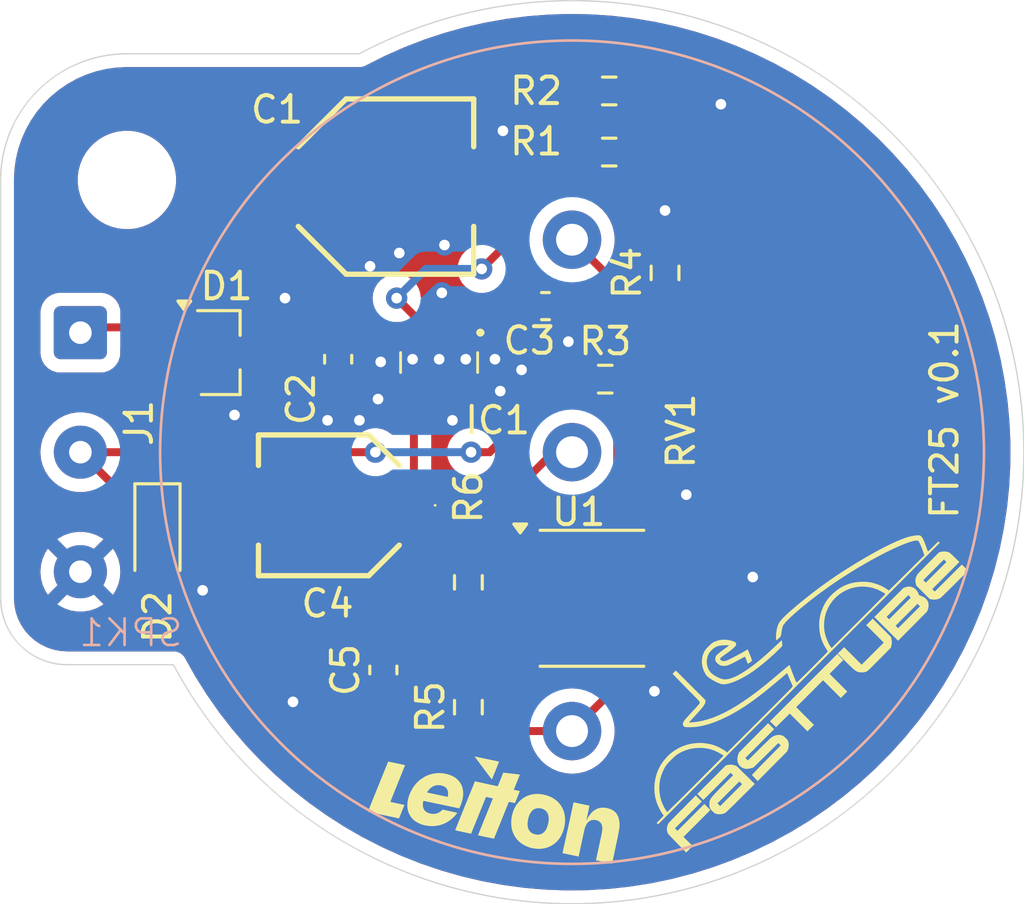
<source format=kicad_pcb>
(kicad_pcb
	(version 20240108)
	(generator "pcbnew")
	(generator_version "8.0")
	(general
		(thickness 1.6)
		(legacy_teardrops no)
	)
	(paper "A4")
	(layers
		(0 "F.Cu" signal)
		(31 "B.Cu" power)
		(32 "B.Adhes" user "B.Adhesive")
		(33 "F.Adhes" user "F.Adhesive")
		(34 "B.Paste" user)
		(35 "F.Paste" user)
		(36 "B.SilkS" user "B.Silkscreen")
		(37 "F.SilkS" user "F.Silkscreen")
		(38 "B.Mask" user)
		(39 "F.Mask" user)
		(40 "Dwgs.User" user "User.Drawings")
		(41 "Cmts.User" user "User.Comments")
		(42 "Eco1.User" user "User.Eco1")
		(43 "Eco2.User" user "User.Eco2")
		(44 "Edge.Cuts" user)
		(45 "Margin" user)
		(46 "B.CrtYd" user "B.Courtyard")
		(47 "F.CrtYd" user "F.Courtyard")
		(48 "B.Fab" user)
		(49 "F.Fab" user)
		(50 "User.1" user)
		(51 "User.2" user)
		(52 "User.3" user)
		(53 "User.4" user)
		(54 "User.5" user)
		(55 "User.6" user)
		(56 "User.7" user)
		(57 "User.8" user)
		(58 "User.9" user)
	)
	(setup
		(stackup
			(layer "F.SilkS"
				(type "Top Silk Screen")
			)
			(layer "F.Paste"
				(type "Top Solder Paste")
			)
			(layer "F.Mask"
				(type "Top Solder Mask")
				(thickness 0.01)
			)
			(layer "F.Cu"
				(type "copper")
				(thickness 0.035)
			)
			(layer "dielectric 1"
				(type "core")
				(thickness 1.51)
				(material "FR4")
				(epsilon_r 4.5)
				(loss_tangent 0.02)
			)
			(layer "B.Cu"
				(type "copper")
				(thickness 0.035)
			)
			(layer "B.Mask"
				(type "Bottom Solder Mask")
				(thickness 0.01)
			)
			(layer "B.Paste"
				(type "Bottom Solder Paste")
			)
			(layer "B.SilkS"
				(type "Bottom Silk Screen")
			)
			(copper_finish "None")
			(dielectric_constraints no)
		)
		(pad_to_mask_clearance 0)
		(allow_soldermask_bridges_in_footprints no)
		(pcbplotparams
			(layerselection 0x00010fc_ffffffff)
			(plot_on_all_layers_selection 0x0000000_00000000)
			(disableapertmacros no)
			(usegerberextensions no)
			(usegerberattributes yes)
			(usegerberadvancedattributes yes)
			(creategerberjobfile yes)
			(dashed_line_dash_ratio 12.000000)
			(dashed_line_gap_ratio 3.000000)
			(svgprecision 4)
			(plotframeref no)
			(viasonmask no)
			(mode 1)
			(useauxorigin no)
			(hpglpennumber 1)
			(hpglpenspeed 20)
			(hpglpendiameter 15.000000)
			(pdf_front_fp_property_popups yes)
			(pdf_back_fp_property_popups yes)
			(dxfpolygonmode yes)
			(dxfimperialunits yes)
			(dxfusepcbnewfont yes)
			(psnegative no)
			(psa4output no)
			(plotreference yes)
			(plotvalue yes)
			(plotfptext yes)
			(plotinvisibletext no)
			(sketchpadsonfab no)
			(subtractmaskfromsilk no)
			(outputformat 1)
			(mirror no)
			(drillshape 1)
			(scaleselection 1)
			(outputdirectory "")
		)
	)
	(net 0 "")
	(net 1 "VDD")
	(net 2 "GND")
	(net 3 "Net-(U1-FEED)")
	(net 4 "Net-(SPK1-M)")
	(net 5 "+24V")
	(net 6 "Net-(U1-HRNEN)")
	(net 7 "Net-(IC1-EN{slash}ADJ)")
	(net 8 "/SIG")
	(net 9 "Net-(SPK1-G)")
	(net 10 "Net-(SPK1-F)")
	(net 11 "Net-(D1-A)")
	(net 12 "unconnected-(U1-NC-Pad1)")
	(net 13 "unconnected-(U1-NC-Pad3)")
	(net 14 "Net-(R1-Pad2)")
	(footprint "Connector_Wire:SolderWire-0.25sqmm_1x03_P4.5mm_D0.65mm_OD2mm" (layer "F.Cu") (at 131.5 95.5 -90))
	(footprint "Capacitor_SMD:C_0603_1608Metric_Pad1.08x0.95mm_HandSolder" (layer "F.Cu") (at 141.2 96.5 -90))
	(footprint "LOGO" (layer "F.Cu") (at 157.785054 107.960449 45))
	(footprint "Resistor_SMD:R_0603_1608Metric_Pad0.98x0.95mm_HandSolder" (layer "F.Cu") (at 146.1 109.6 90))
	(footprint "soundbox:06TR4FA104DPR" (layer "F.Cu") (at 159 95.5))
	(footprint "Capacitor_SMD:C_0603_1608Metric_Pad1.08x0.95mm_HandSolder" (layer "F.Cu") (at 149 94.5 180))
	(footprint "Resistor_SMD:R_0603_1608Metric_Pad0.98x0.95mm_HandSolder" (layer "F.Cu") (at 153.5 93.25 90))
	(footprint "soundbox:PG-SCT595-5" (layer "F.Cu") (at 145 96.5 180))
	(footprint "soundbox:EEE0GA101SR" (layer "F.Cu") (at 140.85 102 180))
	(footprint "Resistor_SMD:R_0603_1608Metric_Pad0.98x0.95mm_HandSolder" (layer "F.Cu") (at 146.1 104.9 -90))
	(footprint "Resistor_SMD:R_0603_1608Metric_Pad0.98x0.95mm_HandSolder" (layer "F.Cu") (at 151.4 88.7))
	(footprint "MountingHole:MountingHole_3.2mm_M3_DIN965" (layer "F.Cu") (at 133.25 89.75))
	(footprint "Package_TO_SOT_SMD:SOT-23_Handsoldering" (layer "F.Cu") (at 136.75 96.25))
	(footprint "soundbox:LeitOn_small_wo_sq" (layer "F.Cu") (at 147.2 113.1 -12))
	(footprint "Package_SO:SOIC-8_3.9x4.9mm_P1.27mm" (layer "F.Cu") (at 150.75 105.5))
	(footprint "soundbox:EEE1AA101SP" (layer "F.Cu") (at 143 90))
	(footprint "Resistor_SMD:R_0603_1608Metric_Pad0.98x0.95mm_HandSolder" (layer "F.Cu") (at 151.25 97.25))
	(footprint "Capacitor_SMD:C_0603_1608Metric_Pad1.08x0.95mm_HandSolder" (layer "F.Cu") (at 142.9 108.2 90))
	(footprint "Diode_SMD:D_SOD-323_HandSoldering" (layer "F.Cu") (at 134.4 103.2 -90))
	(footprint "Resistor_SMD:R_0603_1608Metric_Pad0.98x0.95mm_HandSolder" (layer "F.Cu") (at 151.4 86.4))
	(footprint "soundbox:CPT-3016-105T" (layer "B.Cu") (at 150 100 180))
	(gr_arc
		(start 128.5 89.75)
		(mid 129.891243 86.391243)
		(end 133.25 85)
		(stroke
			(width 0.05)
			(type default)
		)
		(layer "Edge.Cuts")
		(uuid "0c9499f7-3257-4d1a-ab45-d3dea9659961")
	)
	(gr_line
		(start 133.25 85)
		(end 142 85)
		(stroke
			(width 0.05)
			(type default)
		)
		(layer "Edge.Cuts")
		(uuid "145b8ce2-1cdf-402f-8341-2813b341aab6")
	)
	(gr_line
		(start 128.5 89.75)
		(end 128.5 105.5)
		(stroke
			(width 0.05)
			(type default)
		)
		(layer "Edge.Cuts")
		(uuid "5702bfe5-fa35-42f9-b66d-dc1faf38af9f")
	)
	(gr_line
		(start 131 108)
		(end 135 108)
		(stroke
			(width 0.05)
			(type default)
		)
		(layer "Edge.Cuts")
		(uuid "7ce022d5-3481-46fd-850f-fa99ac5c91eb")
	)
	(gr_arc
		(start 142 85)
		(mid 166.263456 104.949746)
		(end 135.000001 108.000003)
		(stroke
			(width 0.05)
			(type default)
		)
		(layer "Edge.Cuts")
		(uuid "8a2c619c-8626-4af2-8c59-1422d0ba61b9")
	)
	(gr_arc
		(start 131 108)
		(mid 129.232233 107.267767)
		(end 128.5 105.5)
		(stroke
			(width 0.05)
			(type default)
		)
		(layer "Edge.Cuts")
		(uuid "e1634623-b024-4caa-9d4d-69a765686d49")
	)
	(gr_rect
		(start 128.5 83)
		(end 167 117)
		(stroke
			(width 0.01)
			(type default)
		)
		(fill none)
		(layer "User.1")
		(uuid "39b0a146-c4d4-4256-ae48-acf0ec4d99bd")
	)
	(gr_text "FT25 v0.1"
		(at 164.6 102.6 90)
		(layer "F.SilkS")
		(uuid "0568cae2-bee3-4247-bec4-4aec8861298f")
		(effects
			(font
				(size 1 1)
				(thickness 0.15)
			)
			(justify left bottom)
		)
	)
	(segment
		(start 144 97.75)
		(end 144.05 97.7)
		(width 0.3)
		(layer "F.Cu")
		(net 1)
		(uuid "b57598a9-8b18-4e03-89c1-05fa95734452")
	)
	(segment
		(start 142.85 101.8)
		(end 144.05 101.8)
		(width 0.3)
		(layer "F.Cu")
		(net 1)
		(uuid "b743f3e9-4660-4641-8a39-1aa2c34a7ec6")
	)
	(segment
		(start 144.05 103.55)
		(end 145.365 104.865)
		(width 0.3)
		(layer "F.Cu")
		(net 1)
		(uuid "baf1dd12-5c87-4598-ae4e-02b66320306d")
	)
	(segment
		(start 148.275 104.865)
		(end 145.365 104.865)
		(width 0.3)
		(layer "F.Cu")
		(net 1)
		(uuid "bf47607a-6c55-41ef-8986-734ffc4b7598")
	)
	(segment
		(start 144.05 97.7)
		(end 144.05 101.8)
		(width 0.3)
		(layer "F.Cu")
		(net 1)
		(uuid "e76334a2-a807-41c8-9764-cb10044c002d")
	)
	(segment
		(start 144.05 101.8)
		(end 144.05 103.55)
		(width 0.3)
		(layer "F.Cu")
		(net 1)
		(uuid "ff472632-bdff-42e4-a82e-97f5f664d1a4")
	)
	(segment
		(start 149.8625 95.8375)
		(end 149.8625 94.5)
		(width 0.3)
		(layer "F.Cu")
		(net 2)
		(uuid "71920597-7374-42a3-8e56-7b58da0dcf27")
	)
	(via
		(at 155.6 86.9)
		(size 0.8)
		(drill 0.4)
		(layers "F.Cu" "B.Cu")
		(free yes)
		(net 2)
		(uuid "06a1a750-8536-4cf8-9192-35bc867304a9")
	)
	(via
		(at 140.8 98.8)
		(size 0.8)
		(drill 0.4)
		(layers "F.Cu" "B.Cu")
		(free yes)
		(net 2)
		(uuid "11677aed-5d35-4c15-8c41-230ac25975ee")
	)
	(via
		(at 142 98.8)
		(size 0.8)
		(drill 0.4)
		(layers "F.Cu" "B.Cu")
		(free yes)
		(net 2)
		(uuid "1634c358-6587-4d9e-a4c2-90a5ab1faafd")
	)
	(via
		(at 147.3 97.7)
		(size 0.8)
		(drill 0.4)
		(layers "F.Cu" "B.Cu")
		(free yes)
		(net 2)
		(uuid "1a418d52-d221-44b1-ad1d-91e97992ecb3")
	)
	(via
		(at 142.7 98)
		(size 0.8)
		(drill 0.4)
		(layers "F.Cu" "B.Cu")
		(free yes)
		(net 2)
		(uuid "25345f8f-538d-46a3-b8d8-5a868b8a4bca")
	)
	(via
		(at 143.5 92.5)
		(size 0.8)
		(drill 0.4)
		(layers "F.Cu" "B.Cu")
		(free yes)
		(net 2)
		(uuid "384c8bfa-3338-4421-b506-b5dcc7f603cf")
	)
	(via
		(at 153.5 90.9)
		(size 0.8)
		(drill 0.4)
		(layers "F.Cu" "B.Cu")
		(free yes)
		(net 2)
		(uuid "59e64dbd-0451-436f-844e-4c0d273598ba")
	)
	(via
		(at 148.1 96.9)
		(size 0.8)
		(drill 0.4)
		(layers "F.Cu" "B.Cu")
		(free yes)
		(net 2)
		(uuid "69cbc453-a834-432c-a06f-6af5e0115401")
	)
	(via
		(at 145 96.5)
		(size 0.8)
		(drill 0.4)
		(layers "F.Cu" "B.Cu")
		(free yes)
		(net 2)
		(uuid "6a66460c-c4ed-4cbb-ad75-8721cfb01e79")
	)
	(via
		(at 153.1 109)
		(size 0.8)
		(drill 0.4)
		(layers "F.Cu" "B.Cu")
		(free yes)
		(net 2)
		(uuid "7fa75b93-3a54-4ab9-823b-8664220d8fc0")
	)
	(via
		(at 136.1 105.2)
		(size 0.8)
		(drill 0.4)
		(layers "F.Cu" "B.Cu")
		(free yes)
		(net 2)
		(uuid "83ee66e4-35b7-421f-bd51-e9232ebc2f9c")
	)
	(via
		(at 147.4 87.9)
		(size 0.8)
		(drill 0.4)
		(layers "F.Cu" "B.Cu")
		(free yes)
		(net 2)
		(uuid "87ee8f62-5586-4ec4-bf64-4d8e7f4f3c00")
	)
	(via
		(at 142.8 96.6)
		(size 0.8)
		(drill 0.4)
		(layers "F.Cu" "B.Cu")
		(free yes)
		(net 2)
		(uuid "88f446c1-03c1-4aaf-8c6d-a532e3fea711")
	)
	(via
		(at 145.2 92.2)
		(size 0.8)
		(drill 0.4)
		(layers "F.Cu" "B.Cu")
		(free yes)
		(net 2)
		(uuid "96ccf5b1-b85a-42c6-89d1-03c3653c0e78")
	)
	(via
		(at 139.2 94.2)
		(size 0.8)
		(drill 0.4)
		(layers "F.Cu" "B.Cu")
		(free yes)
		(net 2)
		(uuid "992c7461-a546-414a-83a3-be9358a4ffe2")
	)
	(via
		(at 145.1 94)
		(size 0.8)
		(drill 0.4)
		(layers "F.Cu" "B.Cu")
		(free yes)
		(net 2)
		(uuid "b57f5c0c-c97f-4e02-83ff-2ef698d42b64")
	)
	(via
		(at 145.5 98.8)
		(size 0.8)
		(drill 0.4)
		(layers "F.Cu" "B.Cu")
		(free yes)
		(net 2)
		(uuid "b5ab2b73-4634-4e0e-855d-42a626e2a677")
	)
	(via
		(at 154.3 101.6)
		(size 0.8)
		(drill 0.4)
		(layers "F.Cu" "B.Cu")
		(free yes)
		(net 2)
		(uuid "b76a2fc2-0f04-4ac7-8040-3c68efea3aaa")
	)
	(via
		(at 146 96.5)
		(size 0.8)
		(drill 0.4)
		(layers "F.Cu" "B.Cu")
		(free yes)
		(net 2)
		(uuid "ce89bd32-5eb5-4729-8660-e03d2d9f2e18")
	)
	(via
		(at 147.1 96.5)
		(size 0.8)
		(drill 0.4)
		(layers "F.Cu" "B.Cu")
		(free yes)
		(net 2)
		(uuid "d6efebd2-3405-41b1-bc0d-84897ffc75fb")
	)
	(via
		(at 149.8625 95.8375)
		(size 0.8)
		(drill 0.4)
		(layers "F.Cu" "B.Cu")
		(free yes)
		(net 2)
		(uuid "d8f12fb1-bcf4-4713-a92c-8cd19cfe334a")
	)
	(via
		(at 156.8 104.7)
		(size 0.8)
		(drill 0.4)
		(layers "F.Cu" "B.Cu")
		(free yes)
		(net 2)
		(uuid "db890ffb-38c3-4b56-bb01-106cd42901c5")
	)
	(via
		(at 144 96.5)
		(size 0.8)
		(drill 0.4)
		(layers "F.Cu" "B.Cu")
		(free yes)
		(net 2)
		(uuid "dcf1182a-9346-40f1-9a54-d1175b80aebf")
	)
	(via
		(at 139.5 109.4)
		(size 0.8)
		(drill 0.4)
		(layers "F.Cu" "B.Cu")
		(free yes)
		(net 2)
		(uuid "dee0939a-5e0d-4315-a470-5bde3c7fcd15")
	)
	(via
		(at 137.3 98.6)
		(size 0.8)
		(drill 0.4)
		(layers "F.Cu" "B.Cu")
		(free yes)
		(net 2)
		(uuid "ecf13844-64d3-4d09-826f-01f2a3714814")
	)
	(via
		(at 142.4 93)
		(size 0.8)
		(drill 0.4)
		(layers "F.Cu" "B.Cu")
		(free yes)
		(net 2)
		(uuid "f5a8ee92-c6be-49c6-a40d-bd44551aab57")
	)
	(segment
		(start 148.275 107.405)
		(end 146.105 107.405)
		(width 0.3)
		(layer "F.Cu")
		(net 3)
		(uuid "4d85323a-08d1-468c-bfd3-e496a2731d71")
	)
	(segment
		(start 146.1 107.4)
		(end 146.1 105.8125)
		(width 0.3)
		(layer "F.Cu")
		(net 3)
		(uuid "5c0b8596-5503-4d34-b55d-432a6a55b318")
	)
	(segment
		(start 146.105 107.405)
		(end 146.1 107.4)
		(width 0.3)
		(layer "F.Cu")
		(net 3)
		(uuid "5dd55fdd-6d11-4b51-a953-3fa965ab3532")
	)
	(segment
		(start 142.9 107.3375)
		(end 144.25 108.6875)
		(width 0.3)
		(layer "F.Cu")
		(net 3)
		(uuid "809582d5-cb13-4f9f-8fae-3838a63656e2")
	)
	(segment
		(start 144.25 108.6875)
		(end 146.1 108.6875)
		(width 0.3)
		(layer "F.Cu")
		(net 3)
		(uuid "c431d874-8573-4efa-9021-024d20a72e9e")
	)
	(segment
		(start 146.1 108.6875)
		(end 146.1 107.4)
		(width 0.3)
		(layer "F.Cu")
		(net 3)
		(uuid "f412a4c1-f106-41a2-a9c6-a0084babeb82")
	)
	(segment
		(start 148.2 109.6)
		(end 150.3 107.5)
		(width 0.3)
		(layer "F.Cu")
		(net 4)
		(uuid "09090e3d-2f29-4507-9429-c54334b8180b")
	)
	(segment
		(start 151.25 98.55)
		(end 151.7 99)
		(width 0.3)
		(layer "F.Cu")
		(net 4)
		(uuid "30c7c0a9-de98-46ee-ad56-98519c7cfb85")
	)
	(segment
		(start 150.3 107.5)
		(end 150.3 106.3)
		(width 0.3)
		(layer "F.Cu")
		(net 4)
		(uuid "34d22c14-3b91-47dd-9037-04ff02b781cf")
	)
	(segment
		(start 152 104.865)
		(end 151.735 104.865)
		(width 0.3)
		(layer "F.Cu")
		(net 4)
		(uuid "36da2dfc-84c8-4d31-a70b-2f8f40fe67e3")
	)
	(segment
		(start 151.7 104.6)
		(end 151.7 104.83)
		(width 0.3)
		(layer "F.Cu")
		(net 4)
		(uuid "3ae480d1-8672-4f2c-a851-94f59965e078")
	)
	(segment
		(start 151.7 99)
		(end 151.7 104.6)
		(width 0.3)
		(layer "F.Cu")
		(net 4)
		(uuid "45402f4d-99c3-4ba9-bd66-4a1ea8da26b0")
	)
	(segment
		(start 151.735 104.6)
		(end 152 104.865)
		(width 0.3)
		(layer "F.Cu")
		(net 4)
		(uuid "5da0f8fb-e2f9-41b0-9801-f13702b13393")
	)
	(segment
		(start 151.7 104.83)
		(end 151.735 104.865)
		(width 0.3)
		(layer "F.Cu")
		(net 4)
		(uuid "78b78ccc-63d2-4be6-8684-dc2b419e2d99")
	)
	(segment
		(start 151.25 93.25)
		(end 151.25 98.55)
		(width 0.3)
		(layer "F.Cu")
		(net 4)
		(uuid "7bc63da9-9e54-4147-a93d-721567276b1d")
	)
	(segment
		(start 143.4375 109.6)
		(end 148.2 109.6)
		(width 0.3)
		(layer "F.Cu")
		(net 4)
		(uuid "c2b5b2b3-27c6-43a2-b502-9ae649b08a1d")
	)
	(segment
		(start 151.735 104.865)
		(end 150.3 106.3)
		(width 0.3)
		(layer "F.Cu")
		(net 4)
		(uuid "cf7f2034-b1e3-46d7-85ba-64c853f641b5")
	)
	(segment
		(start 150 92)
		(end 151.25 93.25)
		(width 0.3)
		(layer "F.Cu")
		(net 4)
		(uuid "d0f86c55-1497-473f-92ab-0926b530691e")
	)
	(segment
		(start 153.06 104.7)
		(end 153.225 104.865)
		(width 0.3)
		(layer "F.Cu")
		(net 4)
		(uuid "de487b46-dff6-4637-b730-51caf9eeca2e")
	)
	(segment
		(start 151.7 104.6)
		(end 151.735 104.6)
		(width 0.3)
		(layer "F.Cu")
		(net 4)
		(uuid "e604e90e-3383-4c49-a31e-adad540853ba")
	)
	(segment
		(start 142.9 109.0625)
		(end 143.4375 109.6)
		(width 0.3)
		(layer "F.Cu")
		(net 4)
		(uuid "e7b372ad-6d44-40f3-b292-ca0030a4c4bb")
	)
	(segment
		(start 153.225 104.865)
		(end 152 104.865)
		(width 0.3)
		(layer "F.Cu")
		(net 4)
		(uuid "fb5f5bb4-df8e-49f9-aeab-c72ab1a7e5d2")
	)
	(segment
		(start 141.2 90.7)
		(end 140.5 90)
		(width 0.3)
		(layer "F.Cu")
		(net 5)
		(uuid "0ec3d108-2dd2-4613-9e05-a42643014597")
	)
	(segment
		(start 147.7 92)
		(end 147.7 91)
		(width 0.3)
		(layer "F.Cu")
		(net 5)
		(uuid "1714de18-f19e-4a1d-9fcb-abbc4390ca85")
	)
	(segment
		(start 143.4 94.2)
		(end 144.05 94.85)
		(width 0.3)
		(layer "F.Cu")
		(net 5)
		(uuid "1dab445f-7c67-472b-bea0-a057a8fe6814")
	)
	(segment
		(start 141.5875 95.25)
		(end 144 95.25)
		(width 0.3)
		(layer "F.Cu")
		(net 5)
		(uuid "3cdd5ae0-fe74-40b7-91eb-253b46d6524f")
	)
	(segment
		(start 138.25 96.25)
		(end 139.5 96.25)
		(width 0.3)
		(layer "F.Cu")
		(net 5)
		(uuid "4441b124-5698-47f2-8d50-494066e51d56")
	)
	(segment
		(start 141.2 95.6375)
		(end 141.2 90.7)
		(width 0.3)
		(layer "F.Cu")
		(net 5)
		(uuid "579889bc-a6ba-4b0c-a1db-876d7cebf3d2")
	)
	(segment
		(start 140.1125 95.6375)
		(end 141.2 95.6375)
		(width 0.3)
		(layer "F.Cu")
		(net 5)
		(uuid "8b82cbf6-a61f-4b56-bb7e-98c50b4ea897")
	)
	(segment
		(start 150 88.7)
		(end 150.4875 88.7)
		(width 0.3)
		(layer "F.Cu")
		(net 5)
		(uuid "91449544-3d85-43bf-892d-142f30243a74")
	)
	(segment
		(start 146.6 93.1)
		(end 147.7 92)
		(width 0.3)
		(layer "F.Cu")
		(net 5)
		(uuid "a21a02bd-2759-401c-b257-6fddf78b91b4")
	)
	(segment
		(start 144.05 94.85)
		(end 144.05 95.3)
		(width 0.3)
		(layer "F.Cu")
		(net 5)
		(uuid "adf1574a-72d4-442f-b8a1-48199444bd90")
	)
	(segment
		(start 147.7 91)
		(end 150 88.7)
		(width 0.3)
		(layer "F.Cu")
		(net 5)
		(uuid "b0d0a533-03d1-4d10-9c9d-275a057f1864")
	)
	(segment
		(start 139.5 96.25)
		(end 140.1125 95.6375)
		(width 0.3)
		(layer "F.Cu")
		(net 5)
		(uuid "b40aa696-d52a-4b37-a289-b30fb8eedf24")
	)
	(segment
		(start 141.2 95.6375)
		(end 141.5875 95.25)
		(width 0.3)
		(layer "F.Cu")
		(net 5)
		(uuid "c70a6765-40cc-46c1-a2d9-b3050acd3216")
	)
	(segment
		(start 150.4875 86.4)
		(end 150.4875 88.7)
		(width 0.3)
		(layer "F.Cu")
		(net 5)
		(uuid "e74d25ae-28d4-40ff-aaa6-db74846f4d2c")
	)
	(via
		(at 146.6 93.1)
		(size 0.8)
		(drill 0.4)
		(layers "F.Cu" "B.Cu")
		(net 5)
		(uuid "1f66e272-7d73-47e7-85fd-2cea844f1376")
	)
	(via
		(at 143.4 94.2)
		(size 0.8)
		(drill 0.4)
		(layers "F.Cu" "B.Cu")
		(net 5)
		(uuid "8331b1ec-10d8-49af-bc63-06d3c2054628")
	)
	(segment
		(start 143.4 94.2)
		(end 144.5 93.1)
		(width 0.3)
		(layer "B.Cu")
		(net 5)
		(uuid "3d463da7-f24e-4295-b6cf-c9e0d28f4c0f")
	)
	(segment
		(start 144.5 93.1)
		(end 146.6 93.1)
		(width 0.3)
		(layer "B.Cu")
		(net 5)
		(uuid "83c9ff67-d173-4d20-ab93-11f408c2536e")
	)
	(segment
		(start 152.5 97.5875)
		(end 152.5 101.75)
		(width 0.3)
		(layer "F.Cu")
		(net 6)
		(uuid "074a2975-fd68-4c40-8155-f0e5b9abf23d")
	)
	(segment
		(start 152.1625 97.25)
		(end 152.5 97.5875)
		(width 0.3)
		(layer "F.Cu")
		(net 6)
		(uuid "21ff4d6b-8fcc-4b1c-820c-c5cadcb9bf55")
	)
	(segment
		(start 152.5 101.75)
		(end 153.25 102.5)
		(width 0.3)
		(layer "F.Cu")
		(net 6)
		(uuid "2fba2c5a-2a97-4175-bfeb-038d973dde82")
	)
	(segment
		(start 153.25 103.57)
		(end 153.225 103.595)
		(width 0.3)
		(layer "F.Cu")
		(net 6)
		(uuid "418fabef-99d7-47c9-abc2-f7723d16f244")
	)
	(segment
		(start 152.1625 97.25)
		(end 152.25 97.25)
		(width 0.3)
		(layer "F.Cu")
		(net 6)
		(uuid "52311879-8ed6-466b-bba9-44d036750aed")
	)
	(segment
		(start 153.25 102.5)
		(end 153.25 103.57)
		(width 0.3)
		(layer "F.Cu")
		(net 6)
		(uuid "cdcf619f-a978-4667-ae1c-20f141c6c1ed")
	)
	(segment
		(start 153.5 96)
		(end 153.5 94.1625)
		(width 0.3)
		(layer "F.Cu")
		(net 6)
		(uuid "ef8cfd81-6cb9-4d71-b3bf-0610e509a439")
	)
	(segment
		(start 152.25 97.25)
		(end 153.5 96)
		(width 0.3)
		(layer "F.Cu")
		(net 6)
		(uuid "fa2f396c-09cf-4795-881a-85a4b4ae0039")
	)
	(segment
		(start 159 91.225)
		(end 157.525 89.75)
		(width 0.3)
		(layer "F.Cu")
		(net 7)
		(uuid "10e80ff1-24c9-4e99-a6ae-40c6b4da76d7")
	)
	(segment
		(start 145.95 95.3)
		(end 147.425 93.825)
		(width 0.3)
		(layer "F.Cu")
		(net 7)
		(uuid "69f64f3f-7002-47e9-8d79-e5b3fa90185e")
	)
	(segment
		(start 148.25 93)
		(end 147.425 93.825)
		(width 0.3)
		(layer "F.Cu")
		(net 7)
		(uuid "71a75b59-ac82-42df-ab4d-24534136247c")
	)
	(segment
		(start 149.75 89.75)
		(end 148.25 91.25)
		(width 0.3)
		(layer "F.Cu")
		(net 7)
		(uuid "7c187c0d-5463-49e4-b302-7e6b907a001c")
	)
	(segment
		(start 157.525 89.75)
		(end 149.75 89.75)
		(width 0.3)
		(layer "F.Cu")
		(net 7)
		(uuid "8caf3322-20bd-4792-87d4-2ac4b6e61f44")
	)
	(segment
		(start 148.1375 94.5)
		(end 148.1 94.5)
		(width 0.3)
		(layer "F.Cu")
		(net 7)
		(uuid "c7a1fbfd-de61-4daa-8cec-99339a910f45")
	)
	(segment
		(start 148.1 94.5)
		(end 147.425 93.825)
		(width 0.3)
		(layer "F.Cu")
		(net 7)
		(uuid "fb5c3ebe-ae4a-47c1-bc91-695929b1d538")
	)
	(segment
		(start 148.25 91.25)
		(end 148.25 93)
		(width 0.3)
		(layer "F.Cu")
		(net 7)
		(uuid "fd5ccc6b-1f50-4929-b1e8-f7fa3b79e0ff")
	)
	(segment
		(start 134.4 101.95)
		(end 133.45 101.95)
		(width 0.3)
		(layer "F.Cu")
		(net 8)
		(uuid "0fe563d9-a79f-498c-bb52-76c56e7dcda7")
	)
	(segment
		(start 133.45 101.95)
		(end 131.5 100)
		(width 0.3)
		(layer "F.Cu")
		(net 8)
		(uuid "17b2d4b1-992b-4b43-9684-383b57817b18")
	)
	(segment
		(start 134.4 100)
		(end 142.6 100)
		(width 0.3)
		(layer "F.Cu")
		(net 8)
		(uuid "27127dbf-bac2-4c6f-af65-19975f8f1970")
	)
	(segment
		(start 149.65 97.25)
		(end 150.3375 97.25)
		(width 0.3)
		(layer "F.Cu")
		(net 8)
		(uuid "49712491-cc98-417d-9fd7-6bea8419dd0f")
	)
	(segment
		(start 146.2 100)
		(end 146.9 100)
		(width 0.3)
		(layer "F.Cu")
		(net 8)
		(uuid "527f361a-886e-4d3e-b2f8-d2e7b77728ba")
	)
	(segment
		(start 131.5 100)
		(end 134.4 100)
		(width 0.3)
		(layer "F.Cu")
		(net 8)
		(uuid "72cbdf54-c0e4-4740-a118-61cf36656b59")
	)
	(segment
		(start 134.4 101.95)
		(end 134.4 100)
		(width 0.3)
		(layer "F.Cu")
		(net 8)
		(uuid "e650d11d-7494-414b-b1e1-ba5442f115dd")
	)
	(segment
		(start 146.9 100)
		(end 149.65 97.25)
		(width 0.3)
		(layer "F.Cu")
		(net 8)
		(uuid "eab867c7-f470-4870-8085-66ac175dac89")
	)
	(via
		(at 146.2 100)
		(size 0.8)
		(drill 0.4)
		(layers "F.Cu" "B.Cu")
		(net 8)
		(uuid "3e77b714-44f3-4163-8c08-87f52830b850")
	)
	(via
		(at 142.6 100)
		(size 0.8)
		(drill 0.4)
		(layers "F.Cu" "B.Cu")
		(net 8)
		(uuid "5281ce56-3ddb-4cc6-af00-7d45d7765312")
	)
	(segment
		(start 142.6 100)
		(end 146.2 100)
		(width 0.3)
		(layer "B.Cu")
		(net 8)
		(uuid "7f30ac41-d40b-4057-b41b-f5859121de8d")
	)
	(segment
		(start 146.1 110.5125)
		(end 146.1125 110.5)
		(width 0.3)
		(layer "F.Cu")
		(net 9)
		(uuid "0985b6fd-d180-4fc5-bce9-3d6204322516")
	)
	(segment
		(start 150 110.5)
		(end 151.3 109.2)
		(width 0.3)
		(layer "F.Cu")
		(net 9)
		(uuid "29833cd4-ae84-47c3-a086-4dfcd0ca3a64")
	)
	(segment
		(start 146.1125 110.5)
		(end 150 110.5)
		(width 0.3)
		(layer "F.Cu")
		(net 9)
		(uuid "924cc875-b40f-4c52-9192-86ac241c9175")
	)
	(segment
		(start 151.965 106.135)
		(end 153.225 106.135)
		(width 0.3)
		(layer "F.Cu")
		(net 9)
		(uuid "d32f4e74-f404-477c-91c6-11336f273e81")
	)
	(segment
		(start 151.3 109.2)
		(end 151.3 106.8)
		(width 0.3)
		(layer "F.Cu")
		(net 9)
		(uuid "e4c7c31e-d0bc-4d47-b7ae-acbdc347fd7a")
	)
	(segment
		(start 151.3 106.8)
		(end 151.965 106.135)
		(width 0.3)
		(layer "F.Cu")
		(net 9)
		(uuid "e78a7e10-98f9-4831-bed7-9f8aafb304a1")
	)
	(segment
		(start 146.1 103.2)
		(end 149.3 100)
		(width 0.3)
		(layer "F.Cu")
		(net 10)
		(uuid "3d79fbfe-060e-4a2f-b6c7-315adffdce03")
	)
	(segment
		(start 149.3 100)
		(end 150 100)
		(width 0.3)
		(layer "F.Cu")
		(net 10)
		(uuid "980e4570-315c-43cf-bb18-51c17d13a9fc")
	)
	(segment
		(start 146.1 103.9875)
		(end 146.1 103.2)
		(width 0.3)
		(layer "F.Cu")
		(net 10)
		(uuid "c6c913eb-38cc-4add-a1e5-ec5c4b90d394")
	)
	(segment
		(start 135.25 95.3)
		(end 131.7 95.3)
		(width 0.3)
		(layer "F.Cu")
		(net 11)
		(uuid "a91db6b1-c4d0-4082-8243-54f9f4debef9")
	)
	(segment
		(start 131.7 95.3)
		(end 131.5 95.5)
		(width 0.3)
		(layer "F.Cu")
		(net 11)
		(uuid "b4303bdb-fbe9-4f59-8912-f6fe0909e13f")
	)
	(segment
		(start 161.15 100.425)
		(end 161.15 89.95)
		(width 0.3)
		(layer "F.Cu")
		(net 14)
		(uuid "26979417-b786-4be8-984f-7d0738cdff24")
	)
	(segment
		(start 161.15 89.95)
		(end 159.9 88.7)
		(width 0.3)
		(layer "F.Cu")
		(net 14)
		(uuid "7718b055-c971-4cec-ab44-672e9f6976fc")
	)
	(segment
		(start 159.9 88.7)
		(end 152.3125 88.7)
		(width 0.3)
		(layer "F.Cu")
		(net 14)
		(uuid "8f63e3d9-dbb7-40be-853d-4d064e73fe36")
	)
	(segment
		(start 152.3125 86.4)
		(end 152.3125 88.7)
		(width 0.3)
		(layer "F.Cu")
		(net 14)
		(uuid "d1f80375-c994-4ac9-a326-cf0882761c94")
	)
	(zone
		(net 2)
		(net_name "GND")
		(layer "F.Cu")
		(uuid "3fbb25a7-40e0-4e93-a8cf-da28d9fa13f5")
		(hatch edge 0.5)
		(connect_pads
			(clearance 0.5)
		)
		(min_thickness 0.25)
		(filled_areas_thickness no)
		(fill yes
			(thermal_gap 0.5)
			(thermal_bridge_width 0.5)
		)
		(polygon
			(pts
				(arc
					(start 133.25 85)
					(mid 129.891243 86.391243)
					(end 128.5 89.75)
				)
				(arc
					(start 128.5 105.5)
					(mid 129.232233 107.267767)
					(end 131 108)
				)
				(xy 135 108)
				(arc
					(start 135.000001 108.000003)
					(mid 166.263456 104.949746)
					(end 142 85)
				)
			)
		)
		(filled_polygon
			(layer "F.Cu")
			(pts
				(xy 150.729967 83.516727) (xy 150.735946 83.516994) (xy 151.529551 83.571622) (xy 151.535512 83.572178)
				(xy 152.325547 83.665284) (xy 152.331488 83.666131) (xy 153.116064 83.797492) (xy 153.121948 83.798625)
				(xy 153.899202 83.967928) (xy 153.905055 83.969353) (xy 154.67315 84.176196) (xy 154.678926 84.177903)
				(xy 154.926303 84.25759) (xy 155.436071 84.421803) (xy 155.441739 84.423781) (xy 155.642771 84.4995)
				(xy 156.18618 84.704175) (xy 156.191764 84.706435) (xy 156.420514 84.805529) (xy 156.92169 85.022639)
				(xy 156.927133 85.025156) (xy 157.640856 85.376443) (xy 157.646152 85.379211) (xy 158.007932 85.579661)
				(xy 158.341966 85.764738) (xy 158.347163 85.767784) (xy 158.47746 85.848486) (xy 158.948506 86.140239)
				(xy 159.023447 86.186655) (xy 159.028489 86.189951) (xy 159.683594 86.641142) (xy 159.68847 86.644678)
				(xy 160.320892 87.12715) (xy 160.325591 87.130918) (xy 160.933869 87.64356) (xy 160.938379 87.647553)
				(xy 161.397717 88.074499) (xy 161.52102 88.189106) (xy 161.525322 88.193304) (xy 162.080992 88.76253)
				(xy 162.085075 88.76692) (xy 162.42776 89.1539) (xy 162.612445 89.362457) (xy 162.616328 89.367062)
				(xy 163.114154 89.987504) (xy 163.117808 89.992292) (xy 163.584903 90.63616) (xy 163.588321 90.64112)
				(xy 164.02362 91.306946) (xy 164.026792 91.312067) (xy 164.429209 91.998189) (xy 164.43213 92.003457)
				(xy 164.800779 92.708359) (xy 164.80344 92.713763) (xy 165.137416 93.435723) (xy 165.139811 93.441249)
				(xy 165.438334 94.178578) (xy 165.440458 94.184215) (xy 165.702817 94.935159) (xy 165.704665 94.940892)
				(xy 165.930247 95.703687) (xy 165.931815 95.709503) (xy 166.120094 96.482377) (xy 166.121377 96.488262)
				(xy 166.271897 97.26935) (xy 166.272893 97.275291) (xy 166.385306 98.062778) (xy 166.386012 98.06876)
				(xy 166.460049 98.860763) (xy 166.460464 98.866772) (xy 166.495954 99.661458) (xy 166.496076 99.66748)
				(xy 166.492931 100.462926) (xy 166.492761 100.468947) (xy 166.450992 101.263308) (xy 166.45053 101.269314)
				(xy 166.370231 102.060734) (xy 166.369477 102.06671) (xy 166.250847 102.853248) (xy 166.249804 102.859181)
				(xy 166.093108 103.639082) (xy 166.091779 103.644957) (xy 165.897403 104.416295) (xy 165.89579 104.422098)
				(xy 165.664175 105.183117) (xy 165.662281 105.188835) (xy 165.394001 105.937657) (xy 165.391833 105.943277)
				(xy 165.087485 106.678239) (xy 165.085046 106.683746) (xy 164.745375 107.40304) (xy 164.742671 107.408423)
				(xy 164.368469 108.110374) (xy 164.365507 108.115619) (xy 163.957661 108.798566) (xy 163.954448 108.803661)
				(xy 163.513912 109.466005) (xy 163.510455 109.470938) (xy 163.03828 110.1111) (xy 163.034588 110.115859)
				(xy 162.531877 110.732341) (xy 162.527958 110.736916) (xy 161.995916 111.328243) (xy 161.99178 111.332621)
				(xy 161.431636 111.897426) (xy 161.427292 111.901599) (xy 160.840365 112.438551) (xy 160.835823 112.442507)
				(xy 160.223555 112.950289) (xy 160.218827 112.954021) (xy 159.582572 113.431508) (xy 159.577667 113.435005)
				(xy 158.919031 113.880992) (xy 158.913963 113.884248) (xy 158.2344 114.297752) (xy 158.22918 114.300757)
				(xy 157.530353 114.680764) (xy 157.524993 114.683512) (xy 156.808549 115.02913) (xy 156.803061 115.031615)
				(xy 156.07065 115.342042) (xy 156.065049 115.344257) (xy 155.318444 115.618746) (xy 155.312742 115.620686)
				(xy 154.553708 115.858588) (xy 154.547918 115.86025) (xy 153.778191 116.06102) (xy 153.772328 116.062398)
				(xy 152.993786 116.225546) (xy 152.987862 116.226638) (xy 152.202301 116.351787) (xy 152.196331 116.35259)
				(xy 151.405621 116.439444) (xy 151.399619 116.439956) (xy 150.605628 116.488307) (xy 150.599609 116.488527)
				(xy 149.804195 116.498265) (xy 149.798172 116.498192) (xy 149.003244 116.469291) (xy 148.997231 116.468926)
				(xy 148.204642 116.401456) (xy 148.198655 116.4008) (xy 147.410252 116.294916) (xy 147.404303 116.293969)
				(xy 146.622001 116.149929) (xy 146.616117 116.148697) (xy 146.189642 116.048542) (xy 145.84171 115.966832)
				(xy 145.835882 115.965313) (xy 145.071224 115.746055) (xy 145.065476 115.744254) (xy 144.312383 115.488127)
				(xy 144.306729 115.48605) (xy 143.56695 115.193649) (xy 143.561403 115.191299) (xy 142.836702 114.863319)
				(xy 142.831277 114.860703) (xy 142.123376 114.497927) (xy 142.118083 114.495051) (xy 141.775208 114.297752)
				(xy 141.428576 114.098291) (xy 141.423452 114.095174) (xy 140.754067 113.665424) (xy 140.749086 113.662053)
				(xy 140.101371 113.200311) (xy 140.096552 113.196697) (xy 139.47199 112.704019) (xy 139.467353 112.700174)
				(xy 138.867485 112.177775) (xy 138.86304 112.17371) (xy 138.289225 111.622774) (xy 138.285004 111.618519)
				(xy 137.738622 111.040367) (xy 137.734602 111.035901) (xy 137.7005 110.996111) (xy 137.216945 110.431903)
				(xy 137.213163 110.427268) (xy 136.725416 109.798803) (xy 136.721866 109.793992) (xy 136.265236 109.142613)
				(xy 136.261907 109.13761) (xy 135.837445 108.464819) (xy 135.834383 108.459694) (xy 135.49257 107.85466)
				(xy 135.472447 107.81904) (xy 135.467008 107.807879) (xy 135.438688 107.758829) (xy 135.436662 107.75518)
				(xy 135.410612 107.706335) (xy 135.405882 107.699721) (xy 135.406296 107.699424) (xy 135.40585 107.698822)
				(xy 135.405447 107.699132) (xy 135.4005 107.692685) (xy 135.361331 107.653517) (xy 135.358432 107.650519)
				(xy 135.339444 107.63021) (xy 135.320612 107.610066) (xy 135.320606 107.610062) (xy 135.314329 107.6049)
				(xy 135.314651 107.604507) (xy 135.314068 107.604044) (xy 135.31376 107.604447) (xy 135.307318 107.599504)
				(xy 135.307314 107.5995) (xy 135.287321 107.587957) (xy 135.259272 107.571762) (xy 135.255748 107.569648)
				(xy 135.208765 107.540373) (xy 135.208761 107.540372) (xy 135.201367 107.537013) (xy 135.201577 107.53655)
				(xy 135.200884 107.536249) (xy 135.200691 107.536717) (xy 135.193181 107.533606) (xy 135.139606 107.519251)
				(xy 135.135607 107.518107) (xy 135.112998 107.511226) (xy 135.082691 107.502002) (xy 135.074678 107.500672)
				(xy 135.07476 107.500175) (xy 135.074013 107.500063) (xy 135.073948 107.50056) (xy 135.065893 107.4995)
				(xy 135.065892 107.4995) (xy 135.010425 107.4995) (xy 135.006256 107.49943) (xy 134.95098 107.49757)
				(xy 134.950979 107.49757) (xy 134.950975 107.49757) (xy 134.942888 107.498359) (xy 134.942838 107.497852)
				(xy 134.92846 107.4995) (xy 131.004067 107.4995) (xy 130.995957 107.499235) (xy 130.747116 107.482925)
				(xy 130.731035 107.480807) (xy 130.490464 107.432954) (xy 130.474797 107.428756) (xy 130.24252 107.349909)
				(xy 130.227534 107.343702) (xy 130.007539 107.235212) (xy 129.993492 107.227102) (xy 129.789539 107.090825)
				(xy 129.776671 107.080951) (xy 129.59225 106.919218) (xy 129.580781 106.907749) (xy 129.446385 106.7545)
				(xy 129.419045 106.723325) (xy 129.409174 106.71046) (xy 129.393408 106.686865) (xy 129.272897 106.506507)
				(xy 129.264787 106.49246) (xy 129.21306 106.387569) (xy 129.156294 106.272458) (xy 129.15009 106.257479)
				(xy 129.071243 106.025202) (xy 129.067045 106.009535) (xy 129.053315 105.94051) (xy 129.01919 105.768953)
				(xy 129.017075 105.752895) (xy 129.000765 105.504043) (xy 129.0005 105.495933) (xy 129.0005 104.499994)
				(xy 129.994859 104.499994) (xy 129.994859 104.500005) (xy 130.015385 104.747729) (xy 130.015387 104.747738)
				(xy 130.076412 104.988717) (xy 130.176266 105.216364) (xy 130.276564 105.369882) (xy 131.078274 104.568172)
				(xy 131.103963 104.664044) (xy 131.159916 104.760956) (xy 131.239044 104.840084) (xy 131.335956 104.896037)
				(xy 131.431827 104.921725) (xy 130.629942 105.723609) (xy 130.676768 105.760055) (xy 130.67677 105.760056)
				(xy 130.895385 105.878364) (xy 130.895396 105.878369) (xy 131.130506 105.959083) (xy 131.375707 106)
				(xy 131.624293 106) (xy 131.869493 105.959083) (xy 132.104603 105.878369) (xy 132.104614 105.878364)
				(xy 132.323228 105.760057) (xy 132.323231 105.760055) (xy 132.370056 105.723609) (xy 131.568172 104.921725)
				(xy 131.664044 104.896037) (xy 131.760956 104.840084) (xy 131.840084 104.760956) (xy 131.896037 104.664044)
				(xy 131.921725 104.568173) (xy 132.723434 105.369882) (xy 132.823731 105.216369) (xy 132.923587 104.988717)
				(xy 132.984043 104.749986) (xy 133.400001 104.749986) (xy 133.410494 104.852697) (xy 133.465641 105.019119)
				(xy 133.465643 105.019124) (xy 133.557684 105.168345) (xy 133.681654 105.292315) (xy 133.830875 105.384356)
				(xy 133.83088 105.384358) (xy 133.997302 105.439505) (xy 133.997309 105.439506) (xy 134.100019 105.449999)
				(xy 134.65 105.449999) (xy 134.699972 105.449999) (xy 134.699986 105.449998) (xy 134.802697 105.439505)
				(xy 134.969119 105.384358) (xy 134.969124 105.384356) (xy 135.118345 105.292315) (xy 135.242315 105.168345)
				(xy 135.334356 105.019124) (xy 135.334358 105.019119) (xy 135.389505 104.852697) (xy 135.389506 104.85269)
				(xy 135.399999 104.749986) (xy 135.4 104.749973) (xy 135.4 104.7) (xy 134.65 104.7) (xy 134.65 105.449999)
				(xy 134.100019 105.449999) (xy 134.149999 105.449998) (xy 134.15 105.449998) (xy 134.15 104.7) (xy 133.400001 104.7)
				(xy 133.400001 104.749986) (xy 132.984043 104.749986) (xy 132.984612 104.747738) (xy 132.984614 104.747729)
				(xy 133.005141 104.500005) (xy 133.005141 104.499994) (xy 132.984614 104.25227) (xy 132.984612 104.252261)
				(xy 132.958719 104.150013) (xy 133.4 104.150013) (xy 133.4 104.2) (xy 134.15 104.2) (xy 134.65 104.2)
				(xy 135.399999 104.2) (xy 135.399999 104.150028) (xy 135.399998 104.150013) (xy 135.389505 104.047302)
				(xy 135.334358 103.88088) (xy 135.334356 103.880875) (xy 135.242315 103.731654) (xy 135.118345 103.607684)
				(xy 134.969124 103.515643) (xy 134.969119 103.515641) (xy 134.802697 103.460494) (xy 134.80269 103.460493)
				(xy 134.699986 103.45) (xy 134.65 103.45) (xy 134.65 104.2) (xy 134.15 104.2) (xy 134.15 103.45)
				(xy 134.149999 103.449999) (xy 134.100029 103.45) (xy 134.100011 103.450001) (xy 133.997302 103.460494)
				(xy 133.83088 103.515641) (xy 133.830875 103.515643) (xy 133.681654 103.607684) (xy 133.557684 103.731654)
				(xy 133.465643 103.880875) (xy 133.465641 103.88088) (xy 133.410494 104.047302) (xy 133.410493 104.047309)
				(xy 133.4 104.150013) (xy 132.958719 104.150013) (xy 132.923587 104.011282) (xy 132.823731 103.78363)
				(xy 132.723434 103.630116) (xy 131.921725 104.431826) (xy 131.896037 104.335956) (xy 131.840084 104.239044)
				(xy 131.760956 104.159916) (xy 131.664044 104.103963) (xy 131.568173 104.078274) (xy 132.370057 103.27639)
				(xy 132.370056 103.276389) (xy 132.323229 103.239943) (xy 132.104614 103.121635) (xy 132.104603 103.12163)
				(xy 131.869493 103.040916) (xy 131.624293 103) (xy 131.375707 103) (xy 131.130506 103.040916) (xy 130.895396 103.12163)
				(xy 130.89539 103.121632) (xy 130.676761 103.239949) (xy 130.629942 103.276388) (xy 130.629942 103.27639)
				(xy 131.431827 104.078274) (xy 131.335956 104.103963) (xy 131.239044 104.159916) (xy 131.159916 104.239044)
				(xy 131.103963 104.335956) (xy 131.078274 104.431826) (xy 130.276564 103.630116) (xy 130.176267 103.783632)
				(xy 130.076412 104.011282) (xy 130.015387 104.252261) (xy 130.015385 104.25227) (xy 129.994859 104.499994)
				(xy 129.0005 104.499994) (xy 129.0005 99.999994) (xy 129.994357 99.999994) (xy 129.994357 100.000005)
				(xy 130.01489 100.247812) (xy 130.014892 100.247824) (xy 130.075936 100.488881) (xy 130.175826 100.716606)
				(xy 130.311833 100.924782) (xy 130.311836 100.924785) (xy 130.480256 101.107738) (xy 130.676491 101.260474)
				(xy 130.89519 101.378828) (xy 131.130386 101.459571) (xy 131.375665 101.5005) (xy 131.624335 101.5005)
				(xy 131.869614 101.459571) (xy 131.922966 101.441254) (xy 131.992762 101.438104) (xy 132.050909 101.470855)
				(xy 133.035324 102.455271) (xy 133.035327 102.455274) (xy 133.131196 102.519331) (xy 133.131201 102.519334)
				(xy 133.141873 102.526465) (xy 133.260256 102.575501) (xy 133.26026 102.575501) (xy 133.260261 102.575502)
				(xy 133.385928 102.6005) (xy 133.385931 102.6005) (xy 133.446042 102.6005) (xy 133.513081 102.620185)
				(xy 133.55158 102.659402) (xy 133.557288 102.668656) (xy 133.681344 102.792712) (xy 133.830666 102.884814)
				(xy 133.997203 102.939999) (xy 134.099991 102.9505) (xy 134.700008 102.950499) (xy 134.700016 102.950498)
				(xy 134.700019 102.950498) (xy 134.756302 102.944748) (xy 134.802797 102.939999) (xy 134.969334 102.884814)
				(xy 135.029272 102.847844) (xy 136.8 102.847844) (xy 136.806401 102.907372) (xy 136.806403 102.907379)
				(xy 136.856645 103.042086) (xy 136.856649 103.042093) (xy 136.942809 103.157187) (xy 136.942812 103.15719)
				(xy 137.057906 103.24335) (xy 137.057913 103.243354) (xy 137.19262 103.293596) (xy 137.192627 103.293598)
				(xy 137.252155 103.299999) (xy 137.252172 103.3) (xy 138.45 103.3) (xy 138.95 103.3) (xy 140.147828 103.3)
				(xy 140.147844 103.299999) (xy 140.207372 103.293598) (xy 140.207379 103.293596) (xy 140.342086 103.243354)
				(xy 140.342093 103.24335) (xy 140.457187 103.15719) (xy 140.45719 103.157187) (xy 140.54335 103.042093)
				(xy 140.543354 103.042086) (xy 140.593596 102.907379) (xy 140.593598 102.907372) (xy 140.599999 102.847844)
				(xy 140.6 102.847827) (xy 140.6 102.25) (xy 138.95 102.25) (xy 138.95 103.3) (xy 138.45 103.3) (xy 138.45 102.25)
				(xy 136.8 102.25) (xy 136.8 102.847844) (xy 135.029272 102.847844) (xy 135.118656 102.792712) (xy 135.242712 102.668656)
				(xy 135.334814 102.519334) (xy 135.389999 102.352797) (xy 135.4005 102.250009) (xy 135.400499 101.649992)
				(xy 135.389999 101.547203) (xy 135.334814 101.380666) (xy 135.242712 101.231344) (xy 135.118656 101.107288)
				(xy 135.118655 101.107287) (xy 135.109402 101.10158) (xy 135.062678 101.049632) (xy 135.0505 100.996042)
				(xy 135.0505 100.7745) (xy 135.070185 100.707461) (xy 135.122989 100.661706) (xy 135.1745 100.6505)
				(xy 136.839053 100.6505) (xy 136.906092 100.670185) (xy 136.951847 100.722989) (xy 136.961791 100.792147)
				(xy 136.938319 100.848811) (xy 136.856649 100.957906) (xy 136.856645 100.957913) (xy 136.806403 101.09262)
				(xy 136.806401 101.092627) (xy 136.8 101.152155) (xy 136.8 101.75) (xy 140.6 101.75) (xy 140.6 101.152172)
				(xy 140.599999 101.152155) (xy 140.593598 101.092627) (xy 140.593596 101.09262) (xy 140.543354 100.957913)
				(xy 140.54335 100.957906) (xy 140.461681 100.848811) (xy 140.437263 100.783347) (xy 140.452114 100.715074)
				(xy 140.501519 100.665668) (xy 140.560947 100.6505) (xy 141.138429 100.6505) (xy 141.205468 100.670185)
				(xy 141.251223 100.722989) (xy 141.261167 100.792147) (xy 141.237695 100.848811) (xy 141.156206 100.957664)
				(xy 141.156202 100.957671) (xy 141.105908 101.092517) (xy 141.099501 101.152116) (xy 141.099501 101.152123)
				(xy 141.0995 101.152135) (xy 141.0995 102.84787) (xy 141.099501 102.847876) (xy 141.105908 102.907483)
				(xy 141.156202 103.042328) (xy 141.156206 103.042335) (xy 141.242452 103.157544) (xy 141.242455 103.157547)
				(xy 141.357664 103.243793) (xy 141.357671 103.243797) (xy 141.492517 103.294091) (xy 141.492516 103.294091)
				(xy 141.499444 103.294835) (xy 141.552127 103.3005) (xy 143.2755 103.300499) (xy 143.342539 103.320184)
				(xy 143.388294 103.372987) (xy 143.3995 103.424499) (xy 143.3995 103.614069) (xy 143.414271 103.688324)
				(xy 143.42289 103.731654) (xy 143.424499 103.739744) (xy 143.453887 103.810694) (xy 143.473535 103.858127)
				(xy 143.544723 103.964669) (xy 143.544726 103.964673) (xy 144.950325 105.370272) (xy 144.950332 105.370278)
				(xy 145.013145 105.412248) (xy 145.013146 105.412248) (xy 145.056865 105.44146) (xy 145.056867 105.441461)
				(xy 145.056873 105.441465) (xy 145.056879 105.441467) (xy 145.058945 105.442572) (xy 145.05983 105.443442)
				(xy 145.061938 105.44485) (xy 145.061671 105.445249) (xy 145.108793 105.491531) (xy 145.1245 105.551935)
				(xy 145.1245 106.111669) (xy 145.124501 106.111687) (xy 145.134825 106.212752) (xy 145.166993 106.309825)
				(xy 145.184975 106.364093) (xy 145.189092 106.376515) (xy 145.189093 106.376518) (xy 145.195912 106.387573)
				(xy 145.27966 106.52335) (xy 145.40165 106.64534) (xy 145.401656 106.645343) (xy 145.402405 106.645936)
				(xy 145.40279 106.64648) (xy 145.406757 106.650447) (xy 145.406079 106.651124) (xy 145.442785 106.702956)
				(xy 145.4495 106.743207) (xy 145.4495 107.756792) (xy 145.429815 107.823831) (xy 145.406619 107.849415)
				(xy 145.406757 107.849553) (xy 145.403941 107.852368) (xy 145.402407 107.854061) (xy 145.401652 107.854657)
				(xy 145.304795 107.951515) (xy 145.27966 107.97665) (xy 145.278766 107.978098) (xy 145.277895 107.978882)
				(xy 145.275179 107.982317) (xy 145.274592 107.981852) (xy 145.22682 108.024821) (xy 145.173229 108.037)
				(xy 144.570808 108.037) (xy 144.503769 108.017315) (xy 144.483127 108.000681) (xy 143.911818 107.429372)
				(xy 143.878333 107.368049) (xy 143.875499 107.341691) (xy 143.875499 106.98833) (xy 143.875498 106.988313)
				(xy 143.865174 106.887247) (xy 143.85387 106.853135) (xy 143.810908 106.723484) (xy 143.72034 106.57665)
				(xy 143.59835 106.45466) (xy 143.471662 106.376518) (xy 143.451518 106.364093) (xy 143.451513 106.364091)
				(xy 143.450069 106.363612) (xy 143.287753 106.309826) (xy 143.287751 106.309825) (xy 143.186678 106.2995)
				(xy 142.61333 106.2995) (xy 142.613312 106.299501) (xy 142.512247 106.309825) (xy 142.348484 106.364092)
				(xy 142.348481 106.364093) (xy 142.201648 106.454661) (xy 142.079661 106.576648) (xy 141.989093 106.723481)
				(xy 141.989091 106.723486) (xy 141.982556 106.743207) (xy 141.934826 106.887247) (xy 141.934826 106.887248)
				(xy 141.934825 106.887248) (xy 141.9245 106.988315) (xy 141.9245 107.686669) (xy 141.924501 107.686687)
				(xy 141.934825 107.787752) (xy 141.956237 107.852368) (xy 141.989092 107.951516) (xy 142.063825 108.072678)
				(xy 142.079661 108.098351) (xy 142.093629 108.112319) (xy 142.127114 108.173642) (xy 142.12213 108.243334)
				(xy 142.093629 108.287681) (xy 142.079661 108.301648) (xy 141.989093 108.448481) (xy 141.989091 108.448486)
				(xy 141.969542 108.507482) (xy 141.934826 108.612247) (xy 141.934826 108.612248) (xy 141.934825 108.612248)
				(xy 141.9245 108.713315) (xy 141.9245 109.411669) (xy 141.924501 109.411687) (xy 141.934825 109.512752)
				(xy 141.968597 109.614667) (xy 141.989092 109.676516) (xy 142.07966 109.82335) (xy 142.20165 109.94534)
				(xy 142.348484 110.035908) (xy 142.512247 110.090174) (xy 142.613323 110.1005) (xy 142.978066 110.100499)
				(xy 143.045105 110.120183) (xy 143.046912 110.121367) (xy 143.129373 110.176465) (xy 143.247756 110.225501)
				(xy 143.24776 110.225501) (xy 143.247761 110.225502) (xy 143.373428 110.2505) (xy 143.373431 110.2505)
				(xy 145.0005 110.2505) (xy 145.067539 110.270185) (xy 145.113294 110.322989) (xy 145.1245 110.3745)
				(xy 145.1245 110.811669) (xy 145.124501 110.811687) (xy 145.134825 110.912752) (xy 145.162448 110.99611)
				(xy 145.189092 111.076516) (xy 145.27966 111.22335) (xy 145.40165 111.34534) (xy 145.548484 111.435908)
				(xy 145.712247 111.490174) (xy 145.813323 111.5005) (xy 146.386676 111.500499) (xy 146.386684 111.500498)
				(xy 146.386687 111.500498) (xy 146.44203 111.494844) (xy 146.487753 111.490174) (xy 146.651516 111.435908)
				(xy 146.79835 111.34534) (xy 146.92034 111.22335) (xy 146.928942 111.209404) (xy 146.98089 111.162679)
				(xy 147.034481 111.1505) (xy 148.454222 111.1505) (xy 148.521261 111.170185) (xy 148.567016 111.222989)
				(xy 148.568783 111.227046) (xy 148.569534 111.228861) (xy 148.70116 111.443653) (xy 148.701161 111.443656)
				(xy 148.749709 111.500498) (xy 148.864776 111.635224) (xy 149.013066 111.761875) (xy 149.056343 111.798838)
				(xy 149.056346 111.798839) (xy 149.27114 111.930466) (xy 149.503889 112.026873) (xy 149.748852 112.085683)
				(xy 150 112.105449) (xy 150.251148 112.085683) (xy 150.496111 112.026873) (xy 150.728859 111.930466)
				(xy 150.943659 111.798836) (xy 151.135224 111.635224) (xy 151.298836 111.443659) (xy 151.430466 111.228859)
				(xy 151.526873 110.996111) (xy 151.585683 110.751148) (xy 151.605449 110.5) (xy 151.585683 110.248852)
				(xy 151.554793 110.120183) (xy 151.526875 110.003896) (xy 151.526874 110.003894) (xy 151.526873 110.003889)
				(xy 151.526121 110.002075) (xy 151.526041 110.001328) (xy 151.525371 109.999266) (xy 151.525804 109.999125)
				(xy 151.518653 109.932609) (xy 151.549927 109.870129) (xy 151.552969 109.866975) (xy 151.805277 109.614669)
				(xy 151.876466 109.508126) (xy 151.905189 109.438779) (xy 151.925501 109.389744) (xy 151.9505 109.264069)
				(xy 151.9505 108.261723) (xy 151.970185 108.194684) (xy 152.022989 108.148929) (xy 152.092147 108.138985)
				(xy 152.132624 108.153234) (xy 152.132646 108.153185) (xy 152.133349 108.153489) (xy 152.137629 108.154996)
				(xy 152.139806 108.156283) (xy 152.297504 108.202099) (xy 152.29751 108.2021) (xy 152.33435 108.204999)
				(xy 152.334366 108.205) (xy 152.975 108.205) (xy 153.475 108.205) (xy 154.115634 108.205) (xy 154.115649 108.204999)
				(xy 154.152489 108.2021) (xy 154.152495 108.202099) (xy 154.310193 108.156283) (xy 154.310196 108.156282)
				(xy 154.451552 108.072685) (xy 154.451561 108.072678) (xy 154.567678 107.956561) (xy 154.567685 107.956552)
				(xy 154.651281 107.815198) (xy 154.6971 107.657486) (xy 154.697295 107.655001) (xy 154.697295 107.655)
				(xy 153.475 107.655) (xy 153.475 108.205) (xy 152.975 108.205) (xy 152.975 107.279) (xy 152.994685 107.211961)
				(xy 153.047489 107.166206) (xy 153.099 107.155) (xy 154.697295 107.155) (xy 154.697295 107.154998)
				(xy 154.6971 107.152513) (xy 154.651281 106.994801) (xy 154.567685 106.853447) (xy 154.5629 106.847278)
				(xy 154.565366 106.845364) (xy 154.538802 106.796776) (xy 154.543749 106.727082) (xy 154.564856 106.694232)
				(xy 154.563301 106.693026) (xy 154.568077 106.686868) (xy 154.568081 106.686865) (xy 154.651744 106.545398)
				(xy 154.697598 106.387569) (xy 154.7005 106.350694) (xy 154.7005 105.919306) (xy 154.697598 105.882431)
				(xy 154.696416 105.878364) (xy 154.651745 105.724606) (xy 154.651744 105.724603) (xy 154.651744 105.724602)
				(xy 154.568081 105.583135) (xy 154.568078 105.583132) (xy 154.563298 105.576969) (xy 154.56575 105.575066)
				(xy 154.539155 105.526421) (xy 154.544104 105.456726) (xy 154.56494 105.424304) (xy 154.563298 105.423031)
				(xy 154.568075 105.41687) (xy 154.568081 105.416865) (xy 154.651744 105.275398) (xy 154.697598 105.117569)
				(xy 154.7005 105.080694) (xy 154.7005 104.649306) (xy 154.697598 104.612431) (xy 154.675372 104.535931)
				(xy 154.651745 104.454606) (xy 154.651744 104.454603) (xy 154.651744 104.454602) (xy 154.568081 104.313135)
				(xy 154.568078 104.313132) (xy 154.563298 104.306969) (xy 154.56575 104.305066) (xy 154.539155 104.256421)
				(xy 154.544104 104.186726) (xy 154.56494 104.154304) (xy 154.563298 104.153031) (xy 154.568075 104.14687)
				(xy 154.568081 104.146865) (xy 154.651744 104.005398) (xy 154.697598 103.847569) (xy 154.7005 103.810694)
				(xy 154.7005 103.379306) (xy 154.697598 103.342431) (xy 154.685415 103.300498) (xy 154.651745 103.184606)
				(xy 154.651744 103.184603) (xy 154.651744 103.184602) (xy 154.568081 103.043135) (xy 154.568079 103.043133)
				(xy 154.568076 103.043129) (xy 154.45187 102.926923) (xy 154.451862 102.926917) (xy 154.337326 102.859181)
				(xy 154.310398 102.843256) (xy 154.310397 102.843255) (xy 154.310396 102.843255) (xy 154.310393 102.843254)
				(xy 154.152573 102.797402) (xy 154.152567 102.797401) (xy 154.115701 102.7945) (xy 154.115694 102.7945)
				(xy 154.0245 102.7945) (xy 153.957461 102.774815) (xy 153.911706 102.722011) (xy 153.9005 102.6705)
				(xy 153.9005 102.435928) (xy 153.875502 102.310261) (xy 153.875501 102.31026) (xy 153.875501 102.310256)
				(xy 153.826465 102.191873) (xy 153.826464 102.191872) (xy 153.826461 102.191866) (xy 153.757574 102.088769)
				(xy 155.539782 102.088769) (xy 155.539782 102.08877) (xy 155.639246 102.210753) (xy 155.79687 102.339278)
				(xy 155.977138 102.433442) (xy 156.172671 102.48939) (xy 156.172674 102.489391) (xy 156.291999 102.499999)
				(xy 156.292002 102.5) (xy 157.407998 102.5) (xy 157.408 102.499999) (xy 157.527325 102.489391) (xy 157.527328 102.48939)
				(xy 157.722861 102.433442) (xy 157.903129 102.339278) (xy 158.06075 102.210755) (xy 158.160216 102.08877)
				(xy 158.160216 102.088768) (xy 156.85 100.778553) (xy 155.539782 102.088769) (xy 153.757574 102.088769)
				(xy 153.755277 102.085332) (xy 153.723352 102.053407) (xy 153.664669 101.994724) (xy 153.54299 101.873045)
				(xy 153.186819 101.516873) (xy 153.153334 101.45555) (xy 153.1505 101.429192) (xy 153.1505 99.291976)
				(xy 155.35 99.291976) (xy 155.35 101.558018) (xy 155.351096 101.570348) (xy 155.351097 101.570348)
				(xy 156.496447 100.425) (xy 156.496447 100.424999) (xy 157.203553 100.424999) (xy 157.203553 100.425)
				(xy 158.348901 101.570349) (xy 158.348902 101.570349) (xy 158.349999 101.558012) (xy 158.35 101.558002)
				(xy 158.35 99.292002) (xy 158.348901 99.27965) (xy 157.203553 100.424999) (xy 156.496447 100.424999)
				(xy 155.351097 99.279649) (xy 155.351096 99.27965) (xy 155.35 99.291976) (xy 153.1505 99.291976)
				(xy 153.1505 98.761229) (xy 155.539782 98.761229) (xy 156.85 100.071447) (xy 156.850001 100.071447)
				(xy 158.160216 98.761229) (xy 158.160216 98.761228) (xy 158.060753 98.639246) (xy 157.903129 98.510721)
				(xy 157.722861 98.416557) (xy 157.527328 98.360609) (xy 157.527325 98.360608) (xy 157.408 98.35)
				(xy 156.291999 98.35) (xy 156.172674 98.360608) (xy 156.172671 98.360609) (xy 155.977138 98.416557)
				(xy 155.79687 98.510721) (xy 155.639249 98.639245) (xy 155.539782 98.761229) (xy 153.1505 98.761229)
				(xy 153.1505 97.498769) (xy 153.150499 97.498763) (xy 153.150499 97.320808) (xy 153.170184 97.253769)
				(xy 153.186818 97.233127) (xy 153.593481 96.826465) (xy 154.005277 96.414669) (xy 154.076465 96.308127)
				(xy 154.125501 96.189744) (xy 154.126258 96.185938) (xy 154.126261 96.185938) (xy 154.126261 96.18592)
				(xy 154.1505 96.064069) (xy 154.1505 95.093207) (xy 154.170185 95.026168) (xy 154.19338 95.000584)
				(xy 154.193243 95.000447) (xy 154.19605 94.997639) (xy 154.197595 94.995936) (xy 154.198339 94.995346)
				(xy 154.19835 94.99534) (xy 154.32034 94.87335) (xy 154.410908 94.726516) (xy 154.465174 94.562753)
				(xy 154.4755 94.461677) (xy 154.475499 93.863324) (xy 154.465174 93.762247) (xy 154.410908 93.598484)
				(xy 154.32034 93.45165) (xy 154.206017 93.337327) (xy 154.172532 93.276004) (xy 154.177516 93.206312)
				(xy 154.206017 93.161964) (xy 154.319948 93.048033) (xy 154.410448 92.901311) (xy 154.410453 92.9013)
				(xy 154.46468 92.737652) (xy 154.474999 92.636654) (xy 154.475 92.636641) (xy 154.475 92.5875) (xy 152.525001 92.5875)
				(xy 152.525001 92.636654) (xy 152.535319 92.737652) (xy 152.589546 92.9013) (xy 152.589551 92.901311)
				(xy 152.680052 93.048034) (xy 152.680055 93.048038) (xy 152.793982 93.161965) (xy 152.827467 93.223288)
				(xy 152.822483 93.29298) (xy 152.793983 93.337327) (xy 152.679659 93.451651) (xy 152.589093 93.598481)
				(xy 152.589091 93.598486) (xy 152.577915 93.632214) (xy 152.534826 93.762247) (xy 152.534826 93.762248)
				(xy 152.534825 93.762248) (xy 152.5245 93.863315) (xy 152.5245 94.461669) (xy 152.524501 94.461687)
				(xy 152.534825 94.562752) (xy 152.549224 94.606204) (xy 152.588202 94.723831) (xy 152.589092 94.726515)
				(xy 152.589093 94.726518) (xy 152.606451 94.75466) (xy 152.67966 94.87335) (xy 152.80165 94.99534)
				(xy 152.801656 94.995343) (xy 152.802405 94.995936) (xy 152.80279 94.99648) (xy 152.806757 95.000447)
				(xy 152.806079 95.001124) (xy 152.842785 95.052956) (xy 152.8495 95.093207) (xy 152.8495 95.679191)
				(xy 152.829815 95.74623) (xy 152.813181 95.766872) (xy 152.341872 96.238181) (xy 152.280549 96.271666)
				(xy 152.254191 96.2745) (xy 152.0245 96.2745) (xy 151.957461 96.254815) (xy 151.911706 96.202011)
				(xy 151.9005 96.1505) (xy 151.9005 93.185928) (xy 151.875502 93.060261) (xy 151.875501 93.06026)
				(xy 151.875501 93.060256) (xy 151.826465 92.941873) (xy 151.82448 92.938902) (xy 151.822497 92.935933)
				(xy 151.755275 92.835328) (xy 151.755272 92.835325) (xy 151.553002 92.633056) (xy 151.519517 92.571733)
				(xy 151.524501 92.502042) (xy 151.526115 92.497938) (xy 151.526873 92.496111) (xy 151.585683 92.251148)
				(xy 151.602431 92.038345) (xy 152.525 92.038345) (xy 152.525 92.0875) (xy 153.25 92.0875) (xy 153.75 92.0875)
				(xy 154.474999 92.0875) (xy 154.474999 92.03836) (xy 154.474998 92.038345) (xy 154.46468 91.937347)
				(xy 154.410453 91.773699) (xy 154.410448 91.773688) (xy 154.319947 91.626965) (xy 154.319944 91.626961)
				(xy 154.198038 91.505055) (xy 154.198034 91.505052) (xy 154.051311 91.414551) (xy 154.0513 91.414546)
				(xy 153.887652 91.360319) (xy 153.786654 91.35) (xy 153.75 91.35) (xy 153.75 92.0875) (xy 153.25 92.0875)
				(xy 153.25 91.35) (xy 153.213361 91.35) (xy 153.213343 91.350001) (xy 153.112347 91.360319) (xy 152.948699 91.414546)
				(xy 152.948688 91.414551) (xy 152.801965 91.505052) (xy 152.801961 91.505055) (xy 152.680055 91.626961)
				(xy 152.680052 91.626965) (xy 152.589551 91.773688) (xy 152.589546 91.773699) (xy 152.535319 91.937347)
				(xy 152.525 92.038345) (xy 151.602431 92.038345) (xy 151.605449 92) (xy 151.585683 91.748852) (xy 151.526873 91.503889)
				(xy 151.489319 91.413226) (xy 151.430466 91.27114) (xy 151.298839 91.056346) (xy 151.298838 91.056343)
				(xy 151.261875 91.013066) (xy 151.135224 90.864776) (xy 151.008571 90.756604) (xy 150.943656 90.701161)
				(xy 150.943654 90.70116) (xy 150.827901 90.630227) (xy 150.781026 90.578416) (xy 150.769603 90.509486)
				(xy 150.79726 90.445323) (xy 150.855216 90.406298) (xy 150.892691 90.4005) (xy 157.204192 90.4005)
				(xy 157.271231 90.420185) (xy 157.291873 90.436819) (xy 157.463181 90.608127) (xy 157.496666 90.66945)
				(xy 157.4995 90.695808) (xy 157.4995 92.008028) (xy 157.499501 92.008034) (xy 157.510113 92.127415)
				(xy 157.566089 92.323045) (xy 157.56609 92.323048) (xy 157.566091 92.323049) (xy 157.660302 92.503407)
				(xy 157.660304 92.503409) (xy 157.78889 92.661109) (xy 157.853466 92.713763) (xy 157.946593 92.789698)
				(xy 158.126951 92.883909) (xy 158.322582 92.939886) (xy 158.441963 92.9505) (xy 159.558036 92.950499)
				(xy 159.677418 92.939886) (xy 159.873049 92.883909) (xy 160.053407 92.789698) (xy 160.211109 92.661109)
				(xy 160.279398 92.577358) (xy 160.337019 92.537842) (xy 160.406857 92.53575) (xy 160.46674 92.571748)
				(xy 160.497654 92.634406) (xy 160.4995 92.65572) (xy 160.4995 98.258916) (xy 160.479815 98.325955)
				(xy 160.427011 98.37171) (xy 160.409612 98.378132) (xy 160.276953 98.41609) (xy 160.276951 98.41609)
				(xy 160.276951 98.416091) (xy 160.096593 98.510302) (xy 160.096591 98.510303) (xy 160.09659 98.510304)
				(xy 159.93889 98.63889) (xy 159.810304 98.79659) (xy 159.810302 98.796593) (xy 159.775213 98.863767)
				(xy 159.716089 98.976954) (xy 159.681025 99.0995) (xy 159.669765 99.138855) (xy 159.660114 99.172583)
				(xy 159.660113 99.172586) (xy 159.655504 99.224428) (xy 159.650162 99.284525) (xy 159.6495 99.291966)
				(xy 159.6495 101.558028) (xy 159.649501 101.558034) (xy 159.660113 101.677415) (xy 159.716089 101.873045)
				(xy 159.71609 101.873048) (xy 159.716091 101.873049) (xy 159.810302 102.053407) (xy 159.821149 102.06671)
				(xy 159.93889 102.211109) (xy 160.032803 102.287684) (xy 160.096593 102.339698) (xy 160.276951 102.433909)
				(xy 160.276953 102.433909) (xy 160.276954 102.43391) (xy 160.296355 102.439461) (xy 160.472582 102.489886)
				(xy 160.591963 102.5005) (xy 161.708036 102.500499) (xy 161.827418 102.489886) (xy 162.023049 102.433909)
				(xy 162.203407 102.339698) (xy 162.361109 102.211109) (xy 162.489698 102.053407) (xy 162.583909 101.873049)
				(xy 162.639886 101.677418) (xy 162.6505 101.558037) (xy 162.650499 99.291964) (xy 162.639886 99.172582)
				(xy 162.595012 99.015756) (xy 162.58391 98.976954) (xy 162.583909 98.976953) (xy 162.583909 98.976951)
				(xy 162.489698 98.796593) (xy 162.437684 98.732803) (xy 162.361109 98.63889) (xy 162.210335 98.515951)
				(xy 162.203407 98.510302) (xy 162.023049 98.416091) (xy 162.016849 98.414317) (xy 161.890388 98.378132)
				(xy 161.83135 98.340764) (xy 161.801887 98.277411) (xy 161.8005 98.258916) (xy 161.8005 89.885928)
				(xy 161.775502 89.760261) (xy 161.775501 89.76026) (xy 161.775501 89.760256) (xy 161.726465 89.641873)
				(xy
... [53827 chars truncated]
</source>
